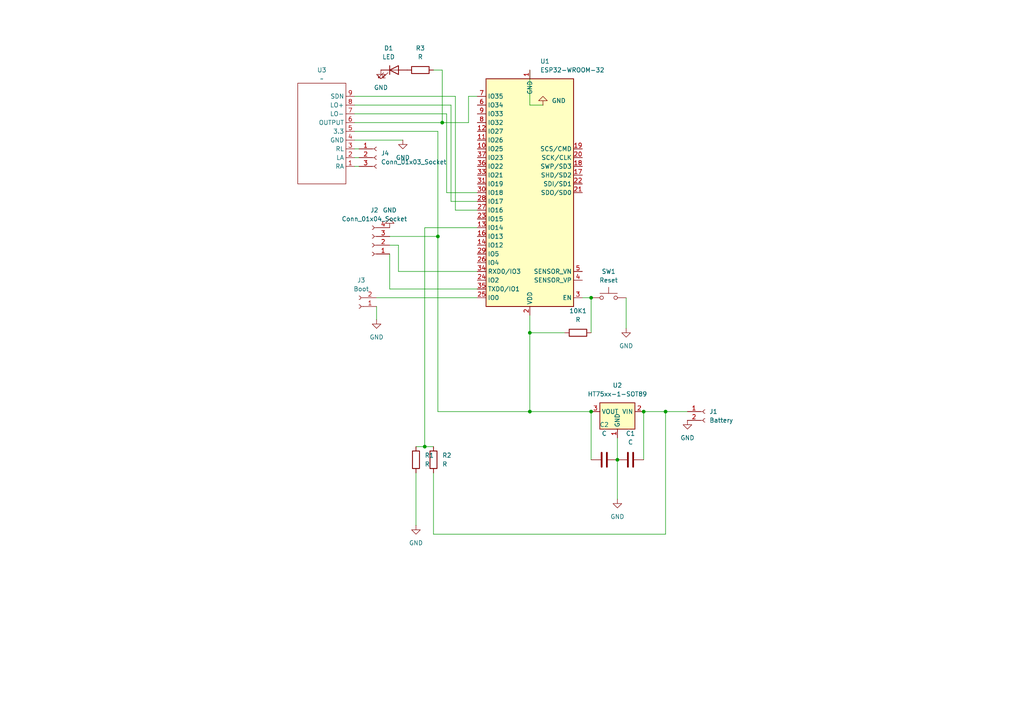
<source format=kicad_sch>
(kicad_sch (version 20250114) (generator "eeschema") (generator_version "9.0")
  (paper "A4")
  (lib_symbols
    (symbol "Connector:Conn_01x02_Socket" (pin_names (offset 1.016) (hide yes))
      (property "Reference" "J" (at 0 2.54 0))
      (property "Value" "Conn_01x02_Socket" (at 0 -5.08 0))
      (symbol "Conn_01x02_Socket_1_1"
        (polyline (pts (xy -1.27 0) (xy -0.508 0)) (stroke (width 0.1524)))
        (polyline (pts (xy -1.27 -2.54) (xy -0.508 -2.54)) (stroke (width 0.1524)))
        (arc (start 0 -0.508) (mid -0.5058 0) (end 0 0.508) (stroke (width 0.1524)))
        (arc (start 0 -3.048) (mid -0.5058 -2.54) (end 0 -2.032) (stroke (width 0.1524)))
        (pin passive line (at -5.08 0 0) (length 3.81) (name "Pin_1") (number "1"))
        (pin passive line (at -5.08 -2.54 0) (length 3.81) (name "Pin_2") (number "2"))
      )
    )
    (symbol "Connector:Conn_01x03_Socket" (pin_names (offset 1.016) (hide yes))
      (property "Reference" "J" (at 0 5.08 0))
      (property "Value" "Conn_01x03_Socket" (at 0 -5.08 0))
      (symbol "Conn_01x03_Socket_1_1"
        (polyline (pts (xy -1.27 2.54) (xy -0.508 2.54)) (stroke (width 0.1524)))
        (polyline (pts (xy -1.27 0) (xy -0.508 0)) (stroke (width 0.1524)))
        (polyline (pts (xy -1.27 -2.54) (xy -0.508 -2.54)) (stroke (width 0.1524)))
        (arc (start 0 2.032) (mid -0.5058 2.54) (end 0 3.048) (stroke (width 0.1524)))
        (arc (start 0 -0.508) (mid -0.5058 0) (end 0 0.508) (stroke (width 0.1524)))
        (arc (start 0 -3.048) (mid -0.5058 -2.54) (end 0 -2.032) (stroke (width 0.1524)))
        (pin passive line (at -5.08 2.54 0) (length 3.81) (name "Pin_1") (number "1"))
        (pin passive line (at -5.08 0 0) (length 3.81) (name "Pin_2") (number "2"))
        (pin passive line (at -5.08 -2.54 0) (length 3.81) (name "Pin_3") (number "3"))
      )
    )
    (symbol "Connector:Conn_01x04_Socket" (pin_names (offset 1.016) (hide yes))
      (property "Reference" "J" (at 0 5.08 0))
      (property "Value" "Conn_01x04_Socket" (at 0 -7.62 0))
      (symbol "Conn_01x04_Socket_1_1"
        (polyline (pts (xy -1.27 2.54) (xy -0.508 2.54)) (stroke (width 0.1524)))
        (polyline (pts (xy -1.27 0) (xy -0.508 0)) (stroke (width 0.1524)))
        (polyline (pts (xy -1.27 -2.54) (xy -0.508 -2.54)) (stroke (width 0.1524)))
        (polyline (pts (xy -1.27 -5.08) (xy -0.508 -5.08)) (stroke (width 0.1524)))
        (arc (start 0 2.032) (mid -0.5058 2.54) (end 0 3.048) (stroke (width 0.1524)))
        (arc (start 0 -0.508) (mid -0.5058 0) (end 0 0.508) (stroke (width 0.1524)))
        (arc (start 0 -3.048) (mid -0.5058 -2.54) (end 0 -2.032) (stroke (width 0.1524)))
        (arc (start 0 -5.588) (mid -0.5058 -5.08) (end 0 -4.572) (stroke (width 0.1524)))
        (pin passive line (at -5.08 2.54 0) (length 3.81) (name "Pin_1") (number "1"))
        (pin passive line (at -5.08 0 0) (length 3.81) (name "Pin_2") (number "2"))
        (pin passive line (at -5.08 -2.54 0) (length 3.81) (name "Pin_3") (number "3"))
        (pin passive line (at -5.08 -5.08 0) (length 3.81) (name "Pin_4") (number "4"))
      )
    )
    (symbol "Device:C" (pin_numbers (hide yes)) (pin_names (offset 0.254))
      (property "Reference" "C" (at 0.635 2.54 0))
      (property "Value" "C" (at 0.635 -2.54 0))
      (symbol "C_0_1"
        (polyline (pts (xy -2.032 0.762) (xy 2.032 0.762)) (stroke (width 0.508)))
        (polyline (pts (xy -2.032 -0.762) (xy 2.032 -0.762)) (stroke (width 0.508)))
      )
      (symbol "C_1_1"
        (pin passive line (at 0 3.81 270) (length 2.794) (name "~") (number "1"))
        (pin passive line (at 0 -3.81 90) (length 2.794) (name "~") (number "2"))
      )
    )
    (symbol "Device:LED" (pin_numbers (hide yes)) (pin_names (offset 1.016) (hide yes))
      (property "Reference" "D" (at 0 2.54 0))
      (property "Value" "LED" (at 0 -2.54 0))
      (symbol "LED_0_1"
        (polyline (pts (xy -3.048 -0.762) (xy -4.572 -2.286) (xy -3.81 -2.286) (xy -4.572 -2.286) (xy -4.572 -1.524)))
        (polyline (pts (xy -1.778 -0.762) (xy -3.302 -2.286) (xy -2.54 -2.286) (xy -3.302 -2.286) (xy -3.302 -1.524)))
        (polyline (pts (xy -1.27 0) (xy 1.27 0)))
        (polyline (pts (xy -1.27 -1.27) (xy -1.27 1.27)) (stroke (width 0.254)))
        (polyline (pts (xy 1.27 -1.27) (xy 1.27 1.27) (xy -1.27 0) (xy 1.27 -1.27)) (stroke (width 0.254)))
      )
      (symbol "LED_1_1"
        (pin passive line (at -3.81 0 0) (length 2.54) (name "K") (number "1"))
        (pin passive line (at 3.81 0 180) (length 2.54) (name "A") (number "2"))
      )
    )
    (symbol "Device:R" (pin_numbers (hide yes)) (pin_names (offset 0))
      (property "Reference" "R" (at 2.032 0 90))
      (property "Value" "R" (at 0 0 90))
      (symbol "R_0_1"
        (rectangle (start -1.016 -2.54) (end 1.016 2.54) (stroke (width 0.254)))
      )
      (symbol "R_1_1"
        (pin passive line (at 0 3.81 270) (length 1.27) (name "~") (number "1"))
        (pin passive line (at 0 -3.81 90) (length 1.27) (name "~") (number "2"))
      )
    )
    (symbol "New_Library:ad8232_board"
      (property "Reference" "U" (at 0 0 0))
      (symbol "ad8232_board_0_1"
        (rectangle (start 7.62 8.89) (end 21.59 -20.32))
      )
      (symbol "ad8232_board_1_1"
        (pin input line (at 5.08 3.81 0) (length 2.54) (name "RA") (number "1"))
        (pin input line (at 5.08 1.27 0) (length 2.54) (name "LA") (number "2"))
        (pin input line (at 5.08 -1.27 0) (length 2.54) (name "RL") (number "3"))
        (pin input line (at 5.08 -3.81 0) (length 2.54) (name "GND") (number "4"))
        (pin input line (at 5.08 -6.35 0) (length 2.54) (name "3.3") (number "5"))
        (pin input line (at 5.08 -8.89 0) (length 2.54) (name "OUTPUT") (number "6"))
        (pin input line (at 5.08 -11.43 0) (length 2.54) (name "LO-") (number "7"))
        (pin input line (at 5.08 -13.97 0) (length 2.54) (name "LO+") (number "8"))
        (pin input line (at 5.08 -16.51 0) (length 2.54) (name "SDN") (number "9"))
      )
    )
    (symbol "RF_Module:ESP32-WROOM-32"
      (property "Reference" "U" (at -12.7 34.29 0))
      (property "Value" "ESP32-WROOM-32" (at 1.27 34.29 0))
      (symbol "ESP32-WROOM-32_0_1"
        (rectangle (start -12.7 33.02) (end 12.7 -33.02) (stroke (width 0.254)) (fill (type background)))
      )
      (symbol "ESP32-WROOM-32_1_1"
        (pin input line (at -15.24 30.48 0) (length 2.54) (name "EN") (number "3"))
        (pin input line (at -15.24 25.4 0) (length 2.54) (name "SENSOR_VP") (number "4"))
        (pin input line (at -15.24 22.86 0) (length 2.54) (name "SENSOR_VN") (number "5"))
        (pin bidirectional line (at -15.24 0 0) (length 2.54) (name "SDO/SD0") (number "21"))
        (pin bidirectional line (at -15.24 -2.54 0) (length 2.54) (name "SDI/SD1") (number "22"))
        (pin bidirectional line (at -15.24 -5.08 0) (length 2.54) (name "SHD/SD2") (number "17"))
        (pin bidirectional line (at -15.24 -7.62 0) (length 2.54) (name "SWP/SD3") (number "18"))
        (pin bidirectional line (at -15.24 -10.16 0) (length 2.54) (name "SCK/CLK") (number "20"))
        (pin bidirectional line (at -15.24 -12.7 0) (length 2.54) (name "SCS/CMD") (number "19"))
        (pin no_connect line (at -12.7 -27.94 0) (length 2.54) (hide yes) (name "NC") (number "32"))
        (pin power_in line (at 0 35.56 270) (length 2.54) (name "VDD") (number "2"))
        (pin power_in line (at 0 -35.56 90) (length 2.54) (name "GND") (number "1"))
        (pin passive line (at 0 -35.56 90) (length 2.54) (hide yes) (name "GND") (number "15"))
        (pin passive line (at 0 -35.56 90) (length 2.54) (hide yes) (name "GND") (number "38"))
        (pin passive line (at 0 -35.56 90) (length 2.54) (hide yes) (name "GND") (number "39"))
        (pin bidirectional line (at 15.24 30.48 180) (length 2.54) (name "IO0") (number "25"))
        (pin bidirectional line (at 15.24 27.94 180) (length 2.54) (name "TXD0/IO1") (number "35"))
        (pin bidirectional line (at 15.24 25.4 180) (length 2.54) (name "IO2") (number "24"))
        (pin bidirectional line (at 15.24 22.86 180) (length 2.54) (name "RXD0/IO3") (number "34"))
        (pin bidirectional line (at 15.24 20.32 180) (length 2.54) (name "IO4") (number "26"))
        (pin bidirectional line (at 15.24 17.78 180) (length 2.54) (name "IO5") (number "29"))
        (pin bidirectional line (at 15.24 15.24 180) (length 2.54) (name "IO12") (number "14"))
        (pin bidirectional line (at 15.24 12.7 180) (length 2.54) (name "IO13") (number "16"))
        (pin bidirectional line (at 15.24 10.16 180) (length 2.54) (name "IO14") (number "13"))
        (pin bidirectional line (at 15.24 7.62 180) (length 2.54) (name "IO15") (number "23"))
        (pin bidirectional line (at 15.24 5.08 180) (length 2.54) (name "IO16") (number "27"))
        (pin bidirectional line (at 15.24 2.54 180) (length 2.54) (name "IO17") (number "28"))
        (pin bidirectional line (at 15.24 0 180) (length 2.54) (name "IO18") (number "30"))
        (pin bidirectional line (at 15.24 -2.54 180) (length 2.54) (name "IO19") (number "31"))
        (pin bidirectional line (at 15.24 -5.08 180) (length 2.54) (name "IO21") (number "33"))
        (pin bidirectional line (at 15.24 -7.62 180) (length 2.54) (name "IO22") (number "36"))
        (pin bidirectional line (at 15.24 -10.16 180) (length 2.54) (name "IO23") (number "37"))
        (pin bidirectional line (at 15.24 -12.7 180) (length 2.54) (name "IO25") (number "10"))
        (pin bidirectional line (at 15.24 -15.24 180) (length 2.54) (name "IO26") (number "11"))
        (pin bidirectional line (at 15.24 -17.78 180) (length 2.54) (name "IO27") (number "12"))
        (pin bidirectional line (at 15.24 -20.32 180) (length 2.54) (name "IO32") (number "8"))
        (pin bidirectional line (at 15.24 -22.86 180) (length 2.54) (name "IO33") (number "9"))
        (pin input line (at 15.24 -25.4 180) (length 2.54) (name "IO34") (number "6"))
        (pin input line (at 15.24 -27.94 180) (length 2.54) (name "IO35") (number "7"))
      )
    )
    (symbol "Regulator_Linear:HT75xx-1-SOT89"
      (property "Reference" "U" (at -5.08 -3.81 0))
      (property "Value" "HT75xx-1-SOT89" (at 0 6.35 0))
      (symbol "HT75xx-1-SOT89_0_1"
        (rectangle (start -5.08 5.08) (end 5.08 -2.54) (stroke (width 0.254)) (fill (type background)))
      )
      (symbol "HT75xx-1-SOT89_1_1"
        (pin power_in line (at -7.62 2.54 0) (length 2.54) (name "VIN") (number "2"))
        (pin power_in line (at 0 -5.08 90) (length 2.54) (name "GND") (number "1"))
        (pin power_out line (at 7.62 2.54 180) (length 2.54) (name "VOUT") (number "3"))
      )
    )
    (symbol "Switch:SW_Push" (pin_numbers (hide yes)) (pin_names (offset 1.016) (hide yes))
      (property "Reference" "SW" (at 1.27 2.54 0))
      (property "Value" "SW_Push" (at 0 -1.524 0))
      (symbol "SW_Push_0_1"
        (circle (center -2.032 0) (radius 0.508))
        (polyline (pts (xy 0 1.27) (xy 0 3.048)))
        (circle (center 2.032 0) (radius 0.508))
        (polyline (pts (xy 2.54 1.27) (xy -2.54 1.27)))
        (pin passive line (at -5.08 0 0) (length 2.54) (name "1") (number "1"))
        (pin passive line (at 5.08 0 180) (length 2.54) (name "2") (number "2"))
      )
    )
    (symbol "power:GND" (power) (pin_numbers (hide yes)) (pin_names (offset 0) (hide yes))
      (property "Value" "GND" (at 0 -3.81 0))
      (symbol "GND_0_1"
        (polyline (pts (xy 0 0) (xy 0 -1.27) (xy 1.27 -1.27) (xy 0 -2.54) (xy -1.27 -1.27) (xy 0 -1.27)))
      )
      (symbol "GND_1_1"
        (pin power_in line (at 0 0 270) (length 0) (name "~") (number "1"))
      )
    )
  )
  (junction (at 186.69 119.38))
  (junction (at 171.45 119.38))
  (junction (at 193.04 119.38))
  (junction (at 153.67 119.38))
  (junction (at 179.07 133.35))
  (junction (at 171.45 86.36))
  (junction (at 128.27 35.56))
  (junction (at 123.19 129.54))
  (junction (at 127 68.58))
  (junction (at 153.67 96.52))
  (wire (pts (xy 135.89 27.94) (xy 138.43 27.94)))
  (wire (pts (xy 171.45 133.35) (xy 171.45 119.38)))
  (wire (pts (xy 193.04 154.94) (xy 125.73 154.94)))
  (wire (pts (xy 102.87 30.48) (xy 130.81 30.48)))
  (wire (pts (xy 115.57 71.12) (xy 115.57 78.74)))
  (wire (pts (xy 181.61 86.36) (xy 181.61 95.25)))
  (wire (pts (xy 113.03 71.12) (xy 115.57 71.12)))
  (wire (pts (xy 132.08 27.94) (xy 132.08 60.96)))
  (wire (pts (xy 171.45 86.36) (xy 168.91 86.36)))
  (wire (pts (xy 193.04 119.38) (xy 199.39 119.38)))
  (wire (pts (xy 186.69 133.35) (xy 186.69 119.38)))
  (wire (pts (xy 113.03 73.66) (xy 113.03 83.82)))
  (wire (pts (xy 123.19 66.04) (xy 123.19 129.54)))
  (wire (pts (xy 120.65 137.16) (xy 120.65 152.4)))
  (wire (pts (xy 104.14 48.26) (xy 102.87 48.26)))
  (wire (pts (xy 102.87 35.56) (xy 128.27 35.56)))
  (wire (pts (xy 109.22 86.36) (xy 138.43 86.36)))
  (wire (pts (xy 123.19 129.54) (xy 125.73 129.54)))
  (wire (pts (xy 115.57 78.74) (xy 138.43 78.74)))
  (wire (pts (xy 186.69 119.38) (xy 193.04 119.38)))
  (wire (pts (xy 130.81 30.48) (xy 130.81 58.42)))
  (wire (pts (xy 102.87 40.64) (xy 116.84 40.64)))
  (wire (pts (xy 102.87 38.1) (xy 127 38.1)))
  (wire (pts (xy 127 119.38) (xy 153.67 119.38)))
  (wire (pts (xy 130.81 58.42) (xy 138.43 58.42)))
  (wire (pts (xy 153.67 119.38) (xy 171.45 119.38)))
  (wire (pts (xy 113.03 83.82) (xy 138.43 83.82)))
  (wire (pts (xy 179.07 133.35) (xy 179.07 127)))
  (wire (pts (xy 153.67 91.44) (xy 153.67 96.52)))
  (wire (pts (xy 153.67 96.52) (xy 163.83 96.52)))
  (wire (pts (xy 109.22 88.9) (xy 109.22 92.71)))
  (wire (pts (xy 120.65 129.54) (xy 123.19 129.54)))
  (wire (pts (xy 179.07 144.78) (xy 179.07 133.35)))
  (wire (pts (xy 102.87 33.02) (xy 129.54 33.02)))
  (wire (pts (xy 193.04 119.38) (xy 193.04 154.94)))
  (wire (pts (xy 128.27 35.56) (xy 135.89 35.56)))
  (wire (pts (xy 153.67 96.52) (xy 153.67 119.38)))
  (wire (pts (xy 171.45 86.36) (xy 171.45 96.52)))
  (wire (pts (xy 125.73 137.16) (xy 125.73 154.94)))
  (wire (pts (xy 104.14 45.72) (xy 102.87 45.72)))
  (wire (pts (xy 104.14 43.18) (xy 102.87 43.18)))
  (wire (pts (xy 129.54 33.02) (xy 129.54 55.88)))
  (wire (pts (xy 127 38.1) (xy 127 68.58)))
  (wire (pts (xy 138.43 66.04) (xy 123.19 66.04)))
  (wire (pts (xy 157.48 30.48) (xy 153.67 30.48)))
  (wire (pts (xy 153.67 30.48) (xy 153.67 20.32)))
  (wire (pts (xy 128.27 20.32) (xy 125.73 20.32)))
  (wire (pts (xy 127 68.58) (xy 127 119.38)))
  (wire (pts (xy 135.89 35.56) (xy 135.89 27.94)))
  (wire (pts (xy 113.03 68.58) (xy 127 68.58)))
  (wire (pts (xy 128.27 35.56) (xy 128.27 20.32)))
  (wire (pts (xy 129.54 55.88) (xy 138.43 55.88)))
  (wire (pts (xy 102.87 27.94) (xy 132.08 27.94)))
  (wire (pts (xy 132.08 60.96) (xy 138.43 60.96)))
  (symbol (lib_id "Device:R") (at 120.65 133.35 0) (unit 1)
    (property "Reference" "R1" (at 123.19 132.0799 0) (effects (justify left)))
    (property "Value" "R" (at 123.19 134.6199 0) (effects (justify left)))
    (property "Footprint" "Resistor_SMD:R_1206_3216Metric_Pad1.30x1.75mm_HandSolder" (effects (hide yes)))
    (property "Description" "Resistor" (effects (hide yes)))
  )
  (symbol (lib_id "Connector:Conn_01x02_Socket") (at 204.47 119.38 0) (unit 1)
    (property "Reference" "J1" (at 205.74 119.3799 0) (effects (justify left)))
    (property "Value" "Battery" (at 205.74 121.9199 0) (effects (justify left)))
    (property "Footprint" "Connector_PinSocket_2.54mm:PinSocket_1x02_P2.54mm_Vertical" (effects (hide yes)))
    (property "Description" "Generic connector, single row, 01x02, script generated" (effects (hide yes)))
  )
  (symbol (lib_id "power:GND") (at 120.65 152.4 0) (unit 1)
    (property "Reference" "#PWR07" (effects (hide yes)))
    (property "Value" "GND" (at 120.65 157.48 0))
    (property "Description" "Power symbol creates a global label with name \"GND\" , ground" (effects (hide yes)))
  )
  (symbol (lib_id "Connector:Conn_01x04_Socket") (at 107.95 71.12 180) (unit 1)
    (property "Reference" "J2" (at 108.585 60.96 0))
    (property "Value" "Conn_01x04_Socket" (at 108.585 63.5 0))
    (property "Footprint" "Connector_PinHeader_2.54mm:PinHeader_1x04_P2.54mm_Vertical" (effects (hide yes)))
    (property "Description" "Generic connector, single row, 01x04, script generated" (effects (hide yes)))
  )
  (symbol (lib_id "New_Library:ad8232_board") (at 107.95 44.45 180) (unit 1)
    (property "Reference" "U3" (at 93.345 20.32 0))
    (property "Value" "~" (at 93.345 22.86 0))
    (property "Footprint" "Library:ad8232_board" (effects (hide yes)))
  )
  (symbol (lib_id "Connector:Conn_01x02_Socket") (at 104.14 88.9 180) (unit 1)
    (property "Reference" "J3" (at 104.775 81.28 0))
    (property "Value" "Boot" (at 104.775 83.82 0))
    (property "Footprint" "Connector_PinHeader_2.54mm:PinHeader_1x02_P2.54mm_Vertical" (effects (hide yes)))
    (property "Description" "Generic connector, single row, 01x02, script generated" (effects (hide yes)))
  )
  (symbol (lib_id "power:GND") (at 157.48 30.48 180) (unit 1)
    (property "Reference" "#PWR01" (effects (hide yes)))
    (property "Value" "GND" (at 160.02 29.2099 0) (effects (justify right)))
    (property "Description" "Power symbol creates a global label with name \"GND\" , ground" (effects (hide yes)))
  )
  (symbol (lib_id "Connector:Conn_01x03_Socket") (at 109.22 45.72 0) (unit 1)
    (property "Reference" "J4" (at 110.49 44.4499 0) (effects (justify left)))
    (property "Value" "Conn_01x03_Socket" (at 110.49 46.9899 0) (effects (justify left)))
    (property "Footprint" "Connector_PinHeader_2.54mm:PinHeader_1x03_P2.54mm_Vertical" (effects (hide yes)))
    (property "Description" "Generic connector, single row, 01x03, script generated" (effects (hide yes)))
  )
  (symbol (lib_id "power:GND") (at 116.84 40.64 0) (unit 1)
    (property "Reference" "#PWR02" (effects (hide yes)))
    (property "Value" "GND" (at 116.84 45.72 0))
    (property "Description" "Power symbol creates a global label with name \"GND\" , ground" (effects (hide yes)))
  )
  (symbol (lib_id "power:GND") (at 109.22 92.71 0) (unit 1)
    (property "Reference" "#PWR06" (effects (hide yes)))
    (property "Value" "GND" (at 109.22 97.79 0))
    (property "Description" "Power symbol creates a global label with name \"GND\" , ground" (effects (hide yes)))
  )
  (symbol (lib_id "RF_Module:ESP32-WROOM-32") (at 153.67 55.88 180) (unit 1)
    (property "Reference" "U1" (at 156.6865 17.78 0) (effects (justify right)))
    (property "Value" "ESP32-WROOM-32" (at 156.6865 20.32 0) (effects (justify right)))
    (property "Footprint" "RF_Module:ESP32-WROOM-32" (effects (hide yes)))
    (property "Datasheet" "https://www.espressif.com/sites/default/files/documentation/esp32-wroom-32_datasheet_en.pdf" (effects (hide yes)))
    (property "Description" "RF Module, ESP32-D0WDQ6 SoC, Wi-Fi 802.11b/g/n, Bluetooth, BLE, 32-bit, 2.7-3.6V, onboard antenna, SMD" (effects (hide yes)))
  )
  (symbol (lib_id "Device:R") (at 121.92 20.32 270) (unit 1)
    (property "Reference" "R3" (at 121.92 13.97 90))
    (property "Value" "R" (at 121.92 16.51 90))
    (property "Footprint" "Resistor_THT:R_Axial_DIN0207_L6.3mm_D2.5mm_P10.16mm_Horizontal" (effects (hide yes)))
    (property "Description" "Resistor" (effects (hide yes)))
  )
  (symbol (lib_id "power:GND") (at 181.61 95.25 0) (unit 1)
    (property "Reference" "#PWR05" (effects (hide yes)))
    (property "Value" "GND" (at 181.61 100.33 0))
    (property "Description" "Power symbol creates a global label with name \"GND\" , ground" (effects (hide yes)))
  )
  (symbol (lib_id "power:GND") (at 113.03 66.04 180) (unit 1)
    (property "Reference" "#PWR08" (effects (hide yes)))
    (property "Value" "GND" (at 113.03 60.96 0))
    (property "Description" "Power symbol creates a global label with name \"GND\" , ground" (effects (hide yes)))
  )
  (symbol (lib_id "power:GND") (at 199.39 121.92 0) (unit 1)
    (property "Reference" "#PWR03" (effects (hide yes)))
    (property "Value" "GND" (at 199.39 127 0))
    (property "Description" "Power symbol creates a global label with name \"GND\" , ground" (effects (hide yes)))
  )
  (symbol (lib_id "power:GND") (at 179.07 144.78 0) (mirror y) (unit 1)
    (property "Reference" "#PWR04" (effects (hide yes)))
    (property "Value" "GND" (at 179.07 149.86 0))
    (property "Description" "Power symbol creates a global label with name \"GND\" , ground" (effects (hide yes)))
  )
  (symbol (lib_id "Device:R") (at 167.64 96.52 270) (unit 1)
    (property "Reference" "10K1" (at 167.64 90.17 90))
    (property "Value" "R" (at 167.64 92.71 90))
    (property "Footprint" "Resistor_SMD:R_1206_3216Metric_Pad1.30x1.75mm_HandSolder" (effects (hide yes)))
    (property "Description" "Resistor" (effects (hide yes)))
  )
  (symbol (lib_id "Switch:SW_Push") (at 176.53 86.36 0) (unit 1)
    (property "Reference" "SW1" (at 176.53 78.74 0))
    (property "Value" "Reset" (at 176.53 81.28 0))
    (property "Footprint" "Button_Switch_SMD:SW_DIP_SPSTx01_Slide_6.7x4.1mm_W8.61mm_P2.54mm_LowProfile" (effects (hide yes)))
    (property "Description" "Push button switch, generic, two pins" (effects (hide yes)))
  )
  (symbol (lib_id "Regulator_Linear:HT75xx-1-SOT89") (at 179.07 121.92 0) (mirror y) (unit 1)
    (property "Reference" "U2" (at 179.07 111.76 0))
    (property "Value" "HT75xx-1-SOT89" (at 179.07 114.3 0))
    (property "Footprint" "Package_TO_SOT_SMD:SOT-89-3" (effects (hide yes)))
    (property "Datasheet" "https://www.holtek.com/documents/10179/116711/HT75xx-1v250.pdf" (effects (hide yes)))
    (property "Description" "100mA Low Dropout Voltage Regulator, Fixed Output, SOT89" (effects (hide yes)))
  )
  (symbol (lib_id "Device:C") (at 182.88 133.35 270) (mirror x) (unit 1)
    (property "Reference" "C1" (at 182.88 125.73 90))
    (property "Value" "C" (at 182.88 128.27 90))
    (property "Footprint" "Capacitor_THT:CP_Radial_D5.0mm_P2.50mm" (effects (hide yes)))
    (property "Description" "Unpolarized capacitor" (effects (hide yes)))
  )
  (symbol (lib_id "Device:LED") (at 114.3 20.32 0) (unit 1)
    (property "Reference" "D1" (at 112.7125 13.97 0))
    (property "Value" "LED" (at 112.7125 16.51 0))
    (property "Footprint" "LED_THT:LED_D5.0mm" (effects (hide yes)))
    (property "Description" "Light emitting diode" (effects (hide yes)))
    (property "Sim.Pins" "1=K 2=A" (effects (hide yes)))
  )
  (symbol (lib_id "Device:R") (at 125.73 133.35 0) (unit 1)
    (property "Reference" "R2" (at 128.27 132.0799 0) (effects (justify left)))
    (property "Value" "R" (at 128.27 134.6199 0) (effects (justify left)))
    (property "Footprint" "Resistor_SMD:R_1206_3216Metric_Pad1.30x1.75mm_HandSolder" (effects (hide yes)))
    (property "Description" "Resistor" (effects (hide yes)))
  )
  (symbol (lib_id "power:GND") (at 110.49 20.32 0) (unit 1)
    (property "Reference" "#PWR09" (effects (hide yes)))
    (property "Value" "GND" (at 110.49 25.4 0))
    (property "Description" "Power symbol creates a global label with name \"GND\" , ground" (effects (hide yes)))
  )
  (symbol (lib_id "Device:C") (at 175.26 133.35 90) (mirror x) (unit 1)
    (property "Reference" "C2" (at 175.26 123.19 90))
    (property "Value" "C" (at 175.26 125.73 90))
    (property "Footprint" "Capacitor_THT:CP_Radial_D5.0mm_P2.50mm" (effects (hide yes)))
    (property "Description" "Unpolarized capacitor" (effects (hide yes)))
  )
)
</source>
